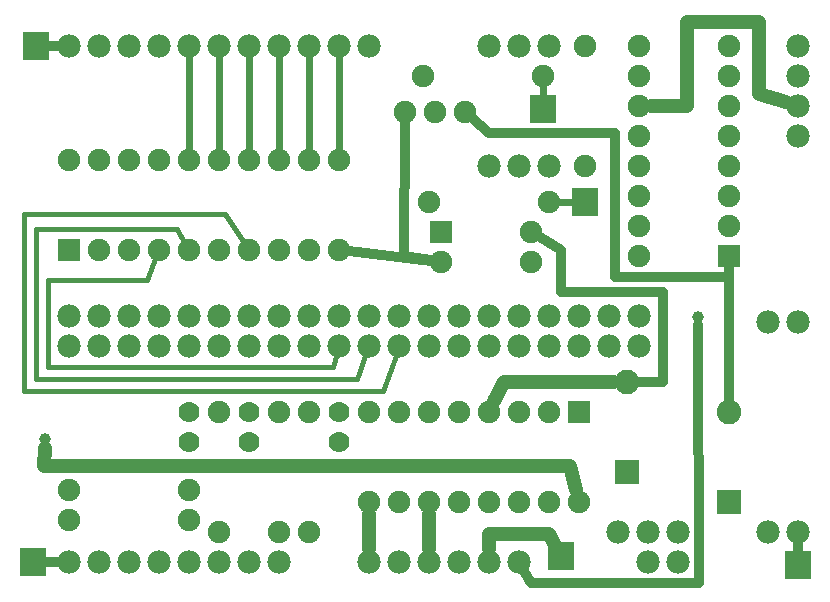
<source format=gtl>
G04 MADE WITH FRITZING*
G04 WWW.FRITZING.ORG*
G04 DOUBLE SIDED*
G04 HOLES PLATED*
G04 CONTOUR ON CENTER OF CONTOUR VECTOR*
%ASAXBY*%
%FSLAX23Y23*%
%MOIN*%
%OFA0B0*%
%SFA1.0B1.0*%
%ADD10C,0.039370*%
%ADD11C,0.082000*%
%ADD12C,0.078000*%
%ADD13C,0.075000*%
%ADD14C,0.070000*%
%ADD15R,0.085619X0.093668*%
%ADD16R,0.082000X0.082000*%
%ADD17R,0.075000X0.075000*%
%ADD18C,0.016000*%
%ADD19C,0.024000*%
%ADD20C,0.048000*%
%ADD21C,0.032000*%
%LNCOPPER1*%
G90*
G70*
G54D10*
X115Y519D03*
X2294Y926D03*
G54D11*
X2395Y312D03*
X2395Y610D03*
G54D12*
X1595Y1431D03*
X1695Y1431D03*
X1795Y1431D03*
X1595Y1831D03*
X1695Y1831D03*
X1795Y1831D03*
X2125Y111D03*
X2225Y111D03*
X2525Y911D03*
X2625Y911D03*
X2625Y211D03*
X2525Y211D03*
X2225Y211D03*
X2125Y211D03*
X2025Y211D03*
X195Y1831D03*
X295Y1831D03*
X395Y1831D03*
X495Y1831D03*
X595Y1831D03*
X695Y1831D03*
X795Y1831D03*
X895Y1831D03*
X995Y1831D03*
X1095Y1831D03*
X1195Y1831D03*
X2625Y1631D03*
X2625Y1531D03*
X1695Y112D03*
X1595Y112D03*
X1395Y112D03*
X1495Y112D03*
X195Y931D03*
X295Y931D03*
X395Y931D03*
X495Y931D03*
X595Y931D03*
X695Y931D03*
X795Y931D03*
X895Y931D03*
X995Y931D03*
X1095Y931D03*
X1195Y931D03*
X1295Y931D03*
X1395Y931D03*
X1495Y931D03*
X1595Y931D03*
X1695Y931D03*
X1795Y931D03*
X1895Y931D03*
X1995Y931D03*
X2095Y931D03*
X195Y931D03*
X295Y931D03*
X395Y931D03*
X495Y931D03*
X595Y931D03*
X695Y931D03*
X795Y931D03*
X895Y931D03*
X995Y931D03*
X1095Y931D03*
X1195Y931D03*
X1295Y931D03*
X1395Y931D03*
X1495Y931D03*
X1595Y931D03*
X1695Y931D03*
X1795Y931D03*
X1895Y931D03*
X1995Y931D03*
X2095Y931D03*
X195Y831D03*
X295Y831D03*
X395Y831D03*
X495Y831D03*
X595Y831D03*
X695Y831D03*
X795Y831D03*
X895Y831D03*
X995Y831D03*
X1095Y831D03*
X1195Y831D03*
X1295Y831D03*
X1395Y831D03*
X1495Y831D03*
X1595Y831D03*
X1695Y831D03*
X1795Y831D03*
X1895Y831D03*
X1995Y831D03*
X2095Y831D03*
X195Y831D03*
X295Y831D03*
X395Y831D03*
X495Y831D03*
X595Y831D03*
X695Y831D03*
X795Y831D03*
X895Y831D03*
X995Y831D03*
X1095Y831D03*
X1195Y831D03*
X1295Y831D03*
X1395Y831D03*
X1495Y831D03*
X1595Y831D03*
X1695Y831D03*
X1795Y831D03*
X1895Y831D03*
X1995Y831D03*
X2095Y831D03*
G54D13*
X1515Y1611D03*
X1415Y1611D03*
X1315Y1611D03*
X1775Y1731D03*
X1375Y1731D03*
G54D12*
X1195Y112D03*
X1295Y112D03*
X2625Y1831D03*
X2625Y1731D03*
G54D13*
X995Y612D03*
X995Y212D03*
X195Y352D03*
X595Y352D03*
X195Y252D03*
X595Y252D03*
X895Y612D03*
X895Y212D03*
X695Y612D03*
X695Y212D03*
G54D14*
X1095Y512D03*
X1095Y612D03*
X595Y512D03*
X595Y612D03*
X795Y512D03*
X795Y612D03*
G54D13*
X2395Y1131D03*
X2095Y1131D03*
X2395Y1231D03*
X2095Y1231D03*
X2395Y1331D03*
X2095Y1331D03*
X2395Y1431D03*
X2095Y1431D03*
X2395Y1531D03*
X2095Y1531D03*
X2395Y1631D03*
X2095Y1631D03*
X2395Y1731D03*
X2095Y1731D03*
X2395Y1831D03*
X2095Y1831D03*
G54D11*
X2055Y411D03*
X2055Y709D03*
G54D13*
X1895Y612D03*
X1895Y312D03*
X1795Y612D03*
X1795Y312D03*
X1695Y612D03*
X1695Y312D03*
X1595Y612D03*
X1595Y312D03*
X1495Y612D03*
X1495Y312D03*
X1395Y612D03*
X1395Y312D03*
X1295Y612D03*
X1295Y312D03*
X1195Y612D03*
X1195Y312D03*
X195Y1151D03*
X195Y1451D03*
X295Y1151D03*
X295Y1451D03*
X395Y1151D03*
X395Y1451D03*
X495Y1151D03*
X495Y1451D03*
X595Y1151D03*
X595Y1451D03*
X695Y1151D03*
X695Y1451D03*
X795Y1151D03*
X795Y1451D03*
X895Y1151D03*
X895Y1451D03*
X995Y1151D03*
X995Y1451D03*
X1095Y1151D03*
X1095Y1451D03*
X1435Y1211D03*
X1735Y1211D03*
X1435Y1111D03*
X1735Y1111D03*
X1915Y1431D03*
X1915Y1831D03*
X1795Y1311D03*
X1395Y1311D03*
G54D12*
X195Y112D03*
X295Y112D03*
X395Y112D03*
X495Y112D03*
X595Y112D03*
X695Y112D03*
X795Y112D03*
X895Y112D03*
G54D15*
X1835Y131D03*
G54D16*
X2395Y311D03*
G54D15*
X2625Y101D03*
X75Y111D03*
X85Y1831D03*
X1775Y1621D03*
X1915Y1311D03*
G54D17*
X2395Y1131D03*
G54D16*
X2055Y410D03*
G54D17*
X1895Y612D03*
X195Y1151D03*
X1435Y1211D03*
G54D18*
X455Y1051D02*
X125Y1051D01*
D02*
X556Y1221D02*
X85Y1222D01*
D02*
X716Y1271D02*
X46Y1271D01*
D02*
X85Y1222D02*
X86Y722D01*
D02*
X125Y1051D02*
X126Y762D01*
D02*
X45Y680D02*
X1244Y680D01*
D02*
X1244Y680D02*
X1288Y808D01*
D02*
X46Y1271D02*
X45Y680D01*
D02*
X86Y722D02*
X1155Y722D01*
D02*
X1155Y722D02*
X1187Y808D01*
D02*
X126Y762D02*
X1075Y762D01*
D02*
X1075Y762D02*
X1089Y808D01*
D02*
X783Y1171D02*
X716Y1271D01*
D02*
X584Y1171D02*
X556Y1221D01*
D02*
X487Y1130D02*
X455Y1051D01*
G54D19*
D02*
X1775Y1663D02*
X1775Y1703D01*
D02*
X1878Y1311D02*
X1824Y1311D01*
G54D20*
D02*
X1795Y203D02*
X1595Y203D01*
D02*
X1595Y203D02*
X1595Y201D01*
D02*
X1812Y173D02*
X1795Y203D01*
G54D21*
D02*
X2625Y143D02*
X2625Y176D01*
D02*
X113Y111D02*
X159Y111D01*
D02*
X123Y1831D02*
X160Y1831D01*
G54D20*
D02*
X114Y431D02*
X115Y489D01*
D02*
X1885Y350D02*
X1866Y431D01*
G54D21*
D02*
X1837Y1151D02*
X1765Y1194D01*
D02*
X1836Y1012D02*
X1837Y1151D01*
D02*
X2175Y1012D02*
X1836Y1012D01*
D02*
X2175Y711D02*
X2175Y1012D01*
D02*
X2093Y710D02*
X2175Y711D01*
D02*
X1736Y41D02*
X2295Y41D01*
D02*
X2295Y41D02*
X2294Y902D01*
D02*
X1713Y81D02*
X1736Y41D01*
D02*
X1314Y1132D02*
X1315Y1577D01*
D02*
X1402Y1117D02*
X1314Y1132D01*
D02*
X1402Y1115D02*
X1129Y1147D01*
D02*
X2396Y1060D02*
X2015Y1060D01*
D02*
X2015Y1060D02*
X2017Y1540D01*
D02*
X1595Y1540D02*
X1541Y1589D01*
D02*
X2017Y1540D02*
X1595Y1540D01*
D02*
X2396Y1097D02*
X2396Y1060D01*
D02*
X2395Y1097D02*
X2395Y647D01*
G54D20*
D02*
X1195Y272D02*
X1195Y153D01*
D02*
X1395Y272D02*
X1395Y153D01*
G54D19*
D02*
X895Y1480D02*
X895Y1801D01*
D02*
X795Y1480D02*
X795Y1801D01*
D02*
X695Y1480D02*
X695Y1801D01*
D02*
X1095Y1480D02*
X1095Y1801D01*
G54D20*
D02*
X2257Y1630D02*
X2255Y1912D01*
D02*
X2135Y1631D02*
X2257Y1630D01*
D02*
X2255Y1912D02*
X2496Y1912D01*
D02*
X2496Y1912D02*
X2496Y1672D01*
D02*
X2496Y1672D02*
X2586Y1644D01*
D02*
X1612Y647D02*
X1645Y711D01*
G54D19*
D02*
X995Y1480D02*
X995Y1801D01*
D02*
X595Y1480D02*
X595Y1801D01*
G54D20*
D02*
X1866Y431D02*
X114Y431D01*
D02*
X1595Y201D02*
X1595Y153D01*
D02*
X1645Y711D02*
X2012Y709D01*
G04 End of Copper1*
M02*
</source>
